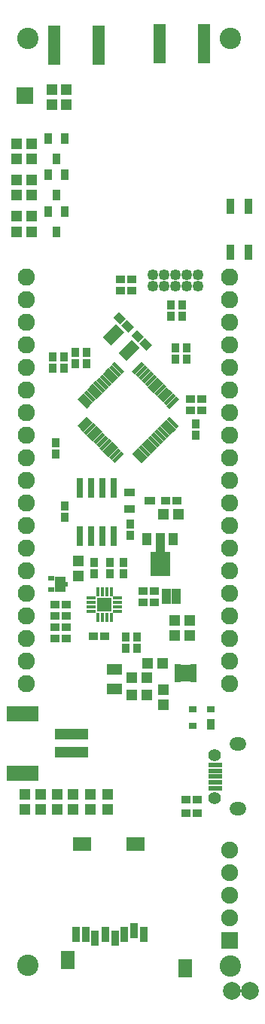
<source format=gbr>
G04 #@! TF.FileFunction,Soldermask,Top*
%FSLAX46Y46*%
G04 Gerber Fmt 4.6, Leading zero omitted, Abs format (unit mm)*
G04 Created by KiCad (PCBNEW 4.0.6) date 04/17/17 12:19:39*
%MOMM*%
%LPD*%
G01*
G04 APERTURE LIST*
%ADD10C,0.100000*%
%ADD11R,0.901700X1.701800*%
%ADD12R,2.001520X1.602740*%
%ADD13R,1.602740X2.103120*%
%ADD14O,1.930400X1.930400*%
%ADD15R,1.003200X0.853200*%
%ADD16R,1.553200X0.603200*%
%ADD17C,1.403200*%
%ADD18O,1.903200X1.503200*%
%ADD19R,1.473200X4.403200*%
%ADD20R,1.003200X1.403200*%
%ADD21R,1.003200X2.403200*%
%ADD22R,2.203200X2.703200*%
%ADD23R,0.803200X2.203200*%
%ADD24R,0.903200X1.203200*%
%ADD25R,0.903200X0.803200*%
%ADD26R,1.703200X1.203200*%
%ADD27R,0.903200X1.103200*%
%ADD28R,1.103200X0.903200*%
%ADD29C,2.403200*%
%ADD30O,1.253200X1.253200*%
%ADD31R,1.303200X1.203200*%
%ADD32R,0.700000X0.600000*%
%ADD33R,1.300000X1.800000*%
%ADD34R,0.450000X0.600000*%
%ADD35R,3.703200X1.203200*%
%ADD36R,3.603200X1.703200*%
%ADD37R,1.203200X1.303200*%
%ADD38R,1.253200X0.853200*%
%ADD39R,0.890000X0.890000*%
%ADD40R,0.420000X0.990000*%
%ADD41R,0.990000X0.420000*%
%ADD42R,0.990000X0.440000*%
%ADD43R,0.703200X0.503200*%
%ADD44R,1.263200X1.083200*%
%ADD45R,1.903200X1.903200*%
%ADD46O,1.903200X1.903200*%
%ADD47C,2.000000*%
%ADD48R,0.903200X1.653200*%
%ADD49R,0.853200X1.253200*%
G04 APERTURE END LIST*
D10*
D11*
X14499220Y-23137520D03*
X13399400Y-22738740D03*
X12299580Y-23137520D03*
X11199760Y-23538840D03*
X10099940Y-23137520D03*
X8997580Y-23538840D03*
X7897760Y-23137520D03*
X6797940Y-23137520D03*
D12*
X7498980Y-12939420D03*
X13498460Y-12939420D03*
D13*
X5898780Y-26038200D03*
X19099160Y-26939900D03*
D14*
X24130000Y17780000D03*
X24130000Y20320000D03*
X24130000Y22860000D03*
X24130000Y25400000D03*
X24130000Y50800000D03*
X24130000Y48260000D03*
X24130000Y45720000D03*
X24130000Y43180000D03*
X24130000Y40640000D03*
X24130000Y38100000D03*
X24130000Y35560000D03*
X24130000Y33020000D03*
X24130000Y30480000D03*
X24130000Y27940000D03*
X24130000Y15240000D03*
X24130000Y12700000D03*
X24130000Y10160000D03*
X24130000Y7620000D03*
X24130000Y5080000D03*
D10*
G36*
X10876937Y40951689D02*
X11197398Y41272150D01*
X12260321Y40209227D01*
X11939860Y39888766D01*
X10876937Y40951689D01*
X10876937Y40951689D01*
G37*
G36*
X10523384Y40598136D02*
X10843845Y40918597D01*
X11906768Y39855674D01*
X11586307Y39535213D01*
X10523384Y40598136D01*
X10523384Y40598136D01*
G37*
G36*
X10169830Y40244582D02*
X10490291Y40565043D01*
X11553214Y39502120D01*
X11232753Y39181659D01*
X10169830Y40244582D01*
X10169830Y40244582D01*
G37*
G36*
X9816277Y39891029D02*
X10136738Y40211490D01*
X11199661Y39148567D01*
X10879200Y38828106D01*
X9816277Y39891029D01*
X9816277Y39891029D01*
G37*
G36*
X9462724Y39537476D02*
X9783185Y39857937D01*
X10846108Y38795014D01*
X10525647Y38474553D01*
X9462724Y39537476D01*
X9462724Y39537476D01*
G37*
G36*
X9109170Y39183922D02*
X9429631Y39504383D01*
X10492554Y38441460D01*
X10172093Y38120999D01*
X9109170Y39183922D01*
X9109170Y39183922D01*
G37*
G36*
X8755617Y38830369D02*
X9076078Y39150830D01*
X10139001Y38087907D01*
X9818540Y37767446D01*
X8755617Y38830369D01*
X8755617Y38830369D01*
G37*
G36*
X8402063Y38476815D02*
X8722524Y38797276D01*
X9785447Y37734353D01*
X9464986Y37413892D01*
X8402063Y38476815D01*
X8402063Y38476815D01*
G37*
G36*
X8048510Y38123262D02*
X8368971Y38443723D01*
X9431894Y37380800D01*
X9111433Y37060339D01*
X8048510Y38123262D01*
X8048510Y38123262D01*
G37*
G36*
X7694957Y37769709D02*
X8015418Y38090170D01*
X9078341Y37027247D01*
X8757880Y36706786D01*
X7694957Y37769709D01*
X7694957Y37769709D01*
G37*
G36*
X7341403Y37416155D02*
X7661864Y37736616D01*
X8724787Y36673693D01*
X8404326Y36353232D01*
X7341403Y37416155D01*
X7341403Y37416155D01*
G37*
G36*
X6987850Y37062602D02*
X7308311Y37383063D01*
X8371234Y36320140D01*
X8050773Y35999679D01*
X6987850Y37062602D01*
X6987850Y37062602D01*
G37*
G36*
X7308311Y33736937D02*
X6987850Y34057398D01*
X8050773Y35120321D01*
X8371234Y34799860D01*
X7308311Y33736937D01*
X7308311Y33736937D01*
G37*
G36*
X7661864Y33383384D02*
X7341403Y33703845D01*
X8404326Y34766768D01*
X8724787Y34446307D01*
X7661864Y33383384D01*
X7661864Y33383384D01*
G37*
G36*
X8015418Y33029830D02*
X7694957Y33350291D01*
X8757880Y34413214D01*
X9078341Y34092753D01*
X8015418Y33029830D01*
X8015418Y33029830D01*
G37*
G36*
X8368971Y32676277D02*
X8048510Y32996738D01*
X9111433Y34059661D01*
X9431894Y33739200D01*
X8368971Y32676277D01*
X8368971Y32676277D01*
G37*
G36*
X8722524Y32322724D02*
X8402063Y32643185D01*
X9464986Y33706108D01*
X9785447Y33385647D01*
X8722524Y32322724D01*
X8722524Y32322724D01*
G37*
G36*
X9076078Y31969170D02*
X8755617Y32289631D01*
X9818540Y33352554D01*
X10139001Y33032093D01*
X9076078Y31969170D01*
X9076078Y31969170D01*
G37*
G36*
X9429631Y31615617D02*
X9109170Y31936078D01*
X10172093Y32999001D01*
X10492554Y32678540D01*
X9429631Y31615617D01*
X9429631Y31615617D01*
G37*
G36*
X9783185Y31262063D02*
X9462724Y31582524D01*
X10525647Y32645447D01*
X10846108Y32324986D01*
X9783185Y31262063D01*
X9783185Y31262063D01*
G37*
G36*
X10136738Y30908510D02*
X9816277Y31228971D01*
X10879200Y32291894D01*
X11199661Y31971433D01*
X10136738Y30908510D01*
X10136738Y30908510D01*
G37*
G36*
X10490291Y30554957D02*
X10169830Y30875418D01*
X11232753Y31938341D01*
X11553214Y31617880D01*
X10490291Y30554957D01*
X10490291Y30554957D01*
G37*
G36*
X10843845Y30201403D02*
X10523384Y30521864D01*
X11586307Y31584787D01*
X11906768Y31264326D01*
X10843845Y30201403D01*
X10843845Y30201403D01*
G37*
G36*
X11197398Y29847850D02*
X10876937Y30168311D01*
X11939860Y31231234D01*
X12260321Y30910773D01*
X11197398Y29847850D01*
X11197398Y29847850D01*
G37*
G36*
X13139679Y30910773D02*
X13460140Y31231234D01*
X14523063Y30168311D01*
X14202602Y29847850D01*
X13139679Y30910773D01*
X13139679Y30910773D01*
G37*
G36*
X13493232Y31264326D02*
X13813693Y31584787D01*
X14876616Y30521864D01*
X14556155Y30201403D01*
X13493232Y31264326D01*
X13493232Y31264326D01*
G37*
G36*
X13846786Y31617880D02*
X14167247Y31938341D01*
X15230170Y30875418D01*
X14909709Y30554957D01*
X13846786Y31617880D01*
X13846786Y31617880D01*
G37*
G36*
X14200339Y31971433D02*
X14520800Y32291894D01*
X15583723Y31228971D01*
X15263262Y30908510D01*
X14200339Y31971433D01*
X14200339Y31971433D01*
G37*
G36*
X14553892Y32324986D02*
X14874353Y32645447D01*
X15937276Y31582524D01*
X15616815Y31262063D01*
X14553892Y32324986D01*
X14553892Y32324986D01*
G37*
G36*
X14907446Y32678540D02*
X15227907Y32999001D01*
X16290830Y31936078D01*
X15970369Y31615617D01*
X14907446Y32678540D01*
X14907446Y32678540D01*
G37*
G36*
X15260999Y33032093D02*
X15581460Y33352554D01*
X16644383Y32289631D01*
X16323922Y31969170D01*
X15260999Y33032093D01*
X15260999Y33032093D01*
G37*
G36*
X15614553Y33385647D02*
X15935014Y33706108D01*
X16997937Y32643185D01*
X16677476Y32322724D01*
X15614553Y33385647D01*
X15614553Y33385647D01*
G37*
G36*
X15968106Y33739200D02*
X16288567Y34059661D01*
X17351490Y32996738D01*
X17031029Y32676277D01*
X15968106Y33739200D01*
X15968106Y33739200D01*
G37*
G36*
X16321659Y34092753D02*
X16642120Y34413214D01*
X17705043Y33350291D01*
X17384582Y33029830D01*
X16321659Y34092753D01*
X16321659Y34092753D01*
G37*
G36*
X16675213Y34446307D02*
X16995674Y34766768D01*
X18058597Y33703845D01*
X17738136Y33383384D01*
X16675213Y34446307D01*
X16675213Y34446307D01*
G37*
G36*
X17028766Y34799860D02*
X17349227Y35120321D01*
X18412150Y34057398D01*
X18091689Y33736937D01*
X17028766Y34799860D01*
X17028766Y34799860D01*
G37*
G36*
X17349227Y35999679D02*
X17028766Y36320140D01*
X18091689Y37383063D01*
X18412150Y37062602D01*
X17349227Y35999679D01*
X17349227Y35999679D01*
G37*
G36*
X16995674Y36353232D02*
X16675213Y36673693D01*
X17738136Y37736616D01*
X18058597Y37416155D01*
X16995674Y36353232D01*
X16995674Y36353232D01*
G37*
G36*
X16642120Y36706786D02*
X16321659Y37027247D01*
X17384582Y38090170D01*
X17705043Y37769709D01*
X16642120Y36706786D01*
X16642120Y36706786D01*
G37*
G36*
X16288567Y37060339D02*
X15968106Y37380800D01*
X17031029Y38443723D01*
X17351490Y38123262D01*
X16288567Y37060339D01*
X16288567Y37060339D01*
G37*
G36*
X15935014Y37413892D02*
X15614553Y37734353D01*
X16677476Y38797276D01*
X16997937Y38476815D01*
X15935014Y37413892D01*
X15935014Y37413892D01*
G37*
G36*
X15581460Y37767446D02*
X15260999Y38087907D01*
X16323922Y39150830D01*
X16644383Y38830369D01*
X15581460Y37767446D01*
X15581460Y37767446D01*
G37*
G36*
X15227907Y38120999D02*
X14907446Y38441460D01*
X15970369Y39504383D01*
X16290830Y39183922D01*
X15227907Y38120999D01*
X15227907Y38120999D01*
G37*
G36*
X14874353Y38474553D02*
X14553892Y38795014D01*
X15616815Y39857937D01*
X15937276Y39537476D01*
X14874353Y38474553D01*
X14874353Y38474553D01*
G37*
G36*
X14520800Y38828106D02*
X14200339Y39148567D01*
X15263262Y40211490D01*
X15583723Y39891029D01*
X14520800Y38828106D01*
X14520800Y38828106D01*
G37*
G36*
X14167247Y39181659D02*
X13846786Y39502120D01*
X14909709Y40565043D01*
X15230170Y40244582D01*
X14167247Y39181659D01*
X14167247Y39181659D01*
G37*
G36*
X13813693Y39535213D02*
X13493232Y39855674D01*
X14556155Y40918597D01*
X14876616Y40598136D01*
X13813693Y39535213D01*
X13813693Y39535213D01*
G37*
G36*
X13460140Y39888766D02*
X13139679Y40209227D01*
X14202602Y41272150D01*
X14523063Y40951689D01*
X13460140Y39888766D01*
X13460140Y39888766D01*
G37*
D15*
X18076000Y14434000D03*
X18076000Y15284000D03*
X16976000Y15284000D03*
X16976000Y14434000D03*
D16*
X22500000Y-6675000D03*
X22500000Y-6025000D03*
X22500000Y-5375000D03*
X22500000Y-4725000D03*
X22500000Y-4075000D03*
D17*
X22425000Y-7800000D03*
X22425000Y-2950000D03*
D18*
X25075000Y-9000000D03*
X25075000Y-1750000D03*
D19*
X9352800Y76860400D03*
X4352800Y76860400D03*
D20*
X17780000Y21336000D03*
D21*
X16280000Y20836000D03*
D20*
X14780000Y21336000D03*
D22*
X16280000Y18486000D03*
D23*
X7239000Y27084000D03*
X8509000Y27084000D03*
X9779000Y27084000D03*
X11049000Y27084000D03*
X11049000Y21684000D03*
X9779000Y21684000D03*
X8509000Y21684000D03*
X7239000Y21684000D03*
D10*
G36*
X9849773Y44035040D02*
X11336960Y45522227D01*
X12258461Y44600726D01*
X10771274Y43113539D01*
X9849773Y44035040D01*
X9849773Y44035040D01*
G37*
G36*
X11617539Y42267274D02*
X13104726Y43754461D01*
X14026227Y42832960D01*
X12539040Y41345773D01*
X11617539Y42267274D01*
X11617539Y42267274D01*
G37*
D24*
X22000000Y500000D03*
D25*
X22000000Y2200000D03*
X20000000Y2200000D03*
X20000000Y300000D03*
D26*
X11150000Y6700000D03*
X11150000Y4500000D03*
D10*
G36*
X13360989Y45189670D02*
X12722330Y44551011D01*
X11942249Y45331092D01*
X12580908Y45969751D01*
X13360989Y45189670D01*
X13360989Y45189670D01*
G37*
G36*
X12441751Y46108908D02*
X11803092Y45470249D01*
X11023011Y46250330D01*
X11661670Y46888989D01*
X12441751Y46108908D01*
X12441751Y46108908D01*
G37*
G36*
X13055011Y44218330D02*
X13693670Y44856989D01*
X14473751Y44076908D01*
X13835092Y43438249D01*
X13055011Y44218330D01*
X13055011Y44218330D01*
G37*
G36*
X13974249Y43299092D02*
X14612908Y43937751D01*
X15392989Y43157670D01*
X14754330Y42519011D01*
X13974249Y43299092D01*
X13974249Y43299092D01*
G37*
D27*
X18034000Y41514000D03*
X18034000Y42814000D03*
X5461000Y40498000D03*
X5461000Y41798000D03*
X19304000Y41514000D03*
X19304000Y42814000D03*
X20320000Y34290000D03*
X20320000Y32990000D03*
X4572000Y32146000D03*
X4572000Y30846000D03*
X12446000Y10302000D03*
X12446000Y9002000D03*
D28*
X13096000Y50546000D03*
X11796000Y50546000D03*
X8748000Y10414000D03*
X10048000Y10414000D03*
D27*
X10668000Y17384000D03*
X10668000Y18684000D03*
D28*
X20500000Y-8000000D03*
X19200000Y-8000000D03*
X18176000Y25654000D03*
X16876000Y25654000D03*
D27*
X17526000Y46340000D03*
X17526000Y47640000D03*
X8890000Y18684000D03*
X8890000Y17384000D03*
D28*
X4430000Y13970000D03*
X5730000Y13970000D03*
X4430000Y12700000D03*
X5730000Y12700000D03*
X4430000Y11430000D03*
X5730000Y11430000D03*
X20970000Y35814000D03*
X19670000Y35814000D03*
X14336000Y14224000D03*
X15636000Y14224000D03*
X14336000Y15494000D03*
X15636000Y15494000D03*
D29*
X1400000Y-26600000D03*
X24200000Y-26700000D03*
X1400000Y77600000D03*
X24200000Y77600000D03*
D30*
X15494000Y49784000D03*
X15494000Y51054000D03*
X16764000Y49784000D03*
X16764000Y51054000D03*
X18034000Y49784000D03*
X18034000Y51054000D03*
X19304000Y49784000D03*
X19304000Y51054000D03*
X20574000Y49784000D03*
X20574000Y51054000D03*
D31*
X16676000Y24130000D03*
X18376000Y24130000D03*
D27*
X4191000Y40498000D03*
X4191000Y41798000D03*
D32*
X4026000Y16906000D03*
X4026000Y15606000D03*
D33*
X5076000Y16256000D03*
D34*
X5751000Y16256000D03*
D35*
X6350000Y-650000D03*
X6350000Y-2650000D03*
D36*
X800000Y1700000D03*
X800000Y-5000000D03*
D28*
X13096000Y49276000D03*
X11796000Y49276000D03*
D14*
X1270000Y17780000D03*
X1270000Y20320000D03*
X1270000Y22860000D03*
X1270000Y25400000D03*
X1270000Y50800000D03*
X1270000Y48260000D03*
X1270000Y45720000D03*
X1270000Y43180000D03*
X1270000Y40640000D03*
X1270000Y38100000D03*
X1270000Y35560000D03*
X1270000Y33020000D03*
X1270000Y30480000D03*
X1270000Y27940000D03*
X1270000Y15240000D03*
X1270000Y12700000D03*
X1270000Y10160000D03*
X1270000Y7620000D03*
X1270000Y5080000D03*
D37*
X7112000Y18884000D03*
X7112000Y17184000D03*
D27*
X13716000Y10302000D03*
X13716000Y9002000D03*
D38*
X12820000Y26604000D03*
X12820000Y24704000D03*
X15120000Y25654000D03*
D27*
X18796000Y46340000D03*
X18796000Y47640000D03*
D28*
X20970000Y37084000D03*
X19670000Y37084000D03*
X20500000Y-9500000D03*
X19200000Y-9500000D03*
X5730000Y10160000D03*
X4430000Y10160000D03*
D27*
X8001000Y41006000D03*
X8001000Y42306000D03*
X5588000Y25034000D03*
X5588000Y23734000D03*
X6731000Y41006000D03*
X6731000Y42306000D03*
X12192000Y17384000D03*
X12192000Y18684000D03*
X12954000Y21702000D03*
X12954000Y23002000D03*
D39*
X10414000Y14333000D03*
X9664000Y14333000D03*
X9664000Y13583000D03*
X10414000Y13583000D03*
D40*
X9289000Y12483000D03*
X9789000Y12483000D03*
X10289000Y12483000D03*
X10789000Y12483000D03*
D41*
X11514000Y13208000D03*
X11514000Y13708000D03*
D42*
X11514000Y14208000D03*
D41*
X11514000Y14708000D03*
D40*
X10789000Y15433000D03*
X10289000Y15433000D03*
X9789000Y15433000D03*
X9289000Y15433000D03*
D41*
X8564000Y14708000D03*
X8564000Y14208000D03*
X8564000Y13708000D03*
D42*
X8564000Y13208000D03*
D37*
X5776893Y70141213D03*
X5776893Y71841213D03*
D43*
X18235000Y6987000D03*
X18235000Y6487000D03*
X18235000Y5987000D03*
X18235000Y5487000D03*
X20035000Y5487000D03*
X20035000Y5987000D03*
X20035000Y6487000D03*
X20035000Y6987000D03*
D44*
X19135000Y5797000D03*
X19135000Y6677000D03*
D19*
X21250400Y77000000D03*
X16250400Y77000000D03*
D31*
X17950000Y12200000D03*
X19650000Y12200000D03*
X17950000Y10450000D03*
X19650000Y10450000D03*
D45*
X24100000Y-23800000D03*
D46*
X24100000Y-21260000D03*
X24100000Y-18720000D03*
X24100000Y-16180000D03*
X24100000Y-13640000D03*
D45*
X1066800Y71170800D03*
D31*
X13120000Y3810000D03*
X14820000Y3810000D03*
D47*
X26416000Y-29464000D03*
X24384000Y-29464000D03*
D31*
X16598000Y7366000D03*
X14898000Y7366000D03*
X13120000Y5715000D03*
X14820000Y5715000D03*
D37*
X16637000Y2706000D03*
X16637000Y4406000D03*
D48*
X24219000Y58754000D03*
X24219000Y53594000D03*
X26219000Y53594000D03*
X26219000Y58754000D03*
D37*
X6502400Y-9079600D03*
X6502400Y-7379600D03*
X2895600Y-9079600D03*
X2895600Y-7379600D03*
X4724400Y-9079600D03*
X4724400Y-7379600D03*
X1117600Y-9079600D03*
X1117600Y-7379600D03*
X8432800Y-9079600D03*
X8432800Y-7379600D03*
X10414000Y-9079600D03*
X10414000Y-7379600D03*
X4151293Y70154813D03*
X4151293Y71854813D03*
D31*
X1866000Y57667600D03*
X166000Y57667600D03*
X1866000Y61725200D03*
X166000Y61725200D03*
X1866000Y65786000D03*
X166000Y65786000D03*
D49*
X5572800Y58189600D03*
X3672800Y58189600D03*
X4622800Y55889600D03*
X5572800Y62298000D03*
X3672800Y62298000D03*
X4622800Y59998000D03*
X5572800Y66383600D03*
X3672800Y66383600D03*
X4622800Y64083600D03*
D31*
X166000Y55886400D03*
X1866000Y55886400D03*
X166000Y59998000D03*
X1866000Y59998000D03*
X166000Y64065200D03*
X1866000Y64065200D03*
M02*

</source>
